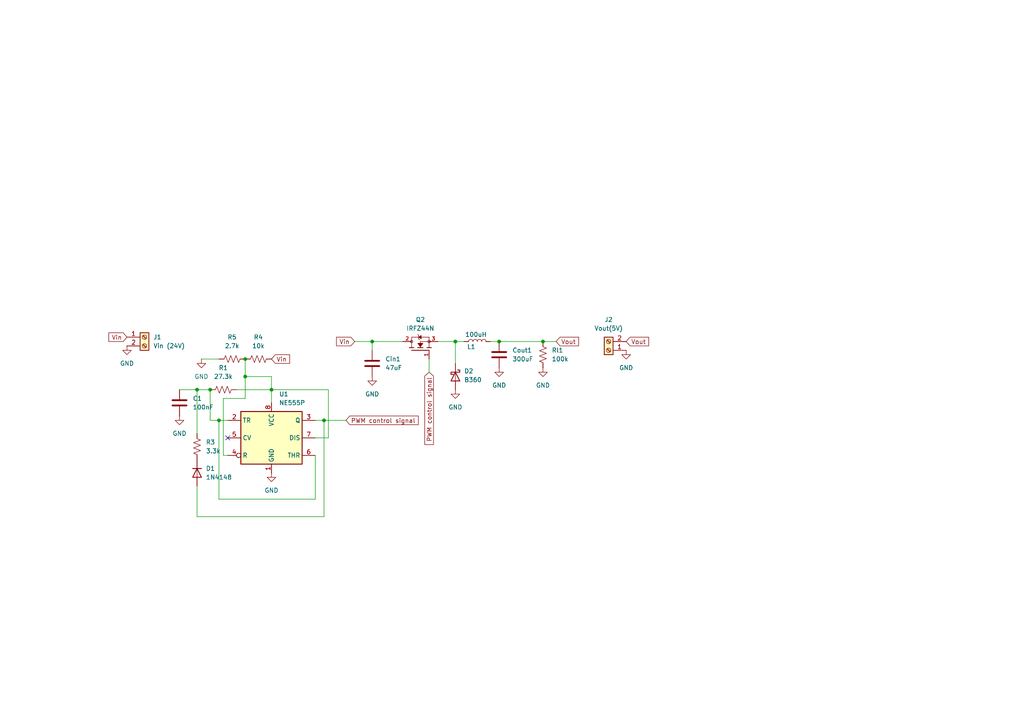
<source format=kicad_sch>
(kicad_sch
	(version 20231120)
	(generator "eeschema")
	(generator_version "8.0")
	(uuid "2b2505bd-a08d-46ef-8c12-be832bc5932c")
	(paper "A4")
	(lib_symbols
		(symbol "Connector:Screw_Terminal_01x02"
			(pin_names
				(offset 1.016) hide)
			(exclude_from_sim no)
			(in_bom yes)
			(on_board yes)
			(property "Reference" "J"
				(at 0 2.54 0)
				(effects
					(font
						(size 1.27 1.27)
					)
				)
			)
			(property "Value" "Screw_Terminal_01x02"
				(at 0 -5.08 0)
				(effects
					(font
						(size 1.27 1.27)
					)
				)
			)
			(property "Footprint" ""
				(at 0 0 0)
				(effects
					(font
						(size 1.27 1.27)
					)
					(hide yes)
				)
			)
			(property "Datasheet" "~"
				(at 0 0 0)
				(effects
					(font
						(size 1.27 1.27)
					)
					(hide yes)
				)
			)
			(property "Description" "Generic screw terminal, single row, 01x02, script generated (kicad-library-utils/schlib/autogen/connector/)"
				(at 0 0 0)
				(effects
					(font
						(size 1.27 1.27)
					)
					(hide yes)
				)
			)
			(property "ki_keywords" "screw terminal"
				(at 0 0 0)
				(effects
					(font
						(size 1.27 1.27)
					)
					(hide yes)
				)
			)
			(property "ki_fp_filters" "TerminalBlock*:*"
				(at 0 0 0)
				(effects
					(font
						(size 1.27 1.27)
					)
					(hide yes)
				)
			)
			(symbol "Screw_Terminal_01x02_1_1"
				(rectangle
					(start -1.27 1.27)
					(end 1.27 -3.81)
					(stroke
						(width 0.254)
						(type default)
					)
					(fill
						(type background)
					)
				)
				(circle
					(center 0 -2.54)
					(radius 0.635)
					(stroke
						(width 0.1524)
						(type default)
					)
					(fill
						(type none)
					)
				)
				(polyline
					(pts
						(xy -0.5334 -2.2098) (xy 0.3302 -3.048)
					)
					(stroke
						(width 0.1524)
						(type default)
					)
					(fill
						(type none)
					)
				)
				(polyline
					(pts
						(xy -0.5334 0.3302) (xy 0.3302 -0.508)
					)
					(stroke
						(width 0.1524)
						(type default)
					)
					(fill
						(type none)
					)
				)
				(polyline
					(pts
						(xy -0.3556 -2.032) (xy 0.508 -2.8702)
					)
					(stroke
						(width 0.1524)
						(type default)
					)
					(fill
						(type none)
					)
				)
				(polyline
					(pts
						(xy -0.3556 0.508) (xy 0.508 -0.3302)
					)
					(stroke
						(width 0.1524)
						(type default)
					)
					(fill
						(type none)
					)
				)
				(circle
					(center 0 0)
					(radius 0.635)
					(stroke
						(width 0.1524)
						(type default)
					)
					(fill
						(type none)
					)
				)
				(pin passive line
					(at -5.08 0 0)
					(length 3.81)
					(name "Pin_1"
						(effects
							(font
								(size 1.27 1.27)
							)
						)
					)
					(number "1"
						(effects
							(font
								(size 1.27 1.27)
							)
						)
					)
				)
				(pin passive line
					(at -5.08 -2.54 0)
					(length 3.81)
					(name "Pin_2"
						(effects
							(font
								(size 1.27 1.27)
							)
						)
					)
					(number "2"
						(effects
							(font
								(size 1.27 1.27)
							)
						)
					)
				)
			)
		)
		(symbol "Device:C"
			(pin_numbers hide)
			(pin_names
				(offset 0.254)
			)
			(exclude_from_sim no)
			(in_bom yes)
			(on_board yes)
			(property "Reference" "C"
				(at 0.635 2.54 0)
				(effects
					(font
						(size 1.27 1.27)
					)
					(justify left)
				)
			)
			(property "Value" "C"
				(at 0.635 -2.54 0)
				(effects
					(font
						(size 1.27 1.27)
					)
					(justify left)
				)
			)
			(property "Footprint" ""
				(at 0.9652 -3.81 0)
				(effects
					(font
						(size 1.27 1.27)
					)
					(hide yes)
				)
			)
			(property "Datasheet" "~"
				(at 0 0 0)
				(effects
					(font
						(size 1.27 1.27)
					)
					(hide yes)
				)
			)
			(property "Description" "Unpolarized capacitor"
				(at 0 0 0)
				(effects
					(font
						(size 1.27 1.27)
					)
					(hide yes)
				)
			)
			(property "ki_keywords" "cap capacitor"
				(at 0 0 0)
				(effects
					(font
						(size 1.27 1.27)
					)
					(hide yes)
				)
			)
			(property "ki_fp_filters" "C_*"
				(at 0 0 0)
				(effects
					(font
						(size 1.27 1.27)
					)
					(hide yes)
				)
			)
			(symbol "C_0_1"
				(polyline
					(pts
						(xy -2.032 -0.762) (xy 2.032 -0.762)
					)
					(stroke
						(width 0.508)
						(type default)
					)
					(fill
						(type none)
					)
				)
				(polyline
					(pts
						(xy -2.032 0.762) (xy 2.032 0.762)
					)
					(stroke
						(width 0.508)
						(type default)
					)
					(fill
						(type none)
					)
				)
			)
			(symbol "C_1_1"
				(pin passive line
					(at 0 3.81 270)
					(length 2.794)
					(name "~"
						(effects
							(font
								(size 1.27 1.27)
							)
						)
					)
					(number "1"
						(effects
							(font
								(size 1.27 1.27)
							)
						)
					)
				)
				(pin passive line
					(at 0 -3.81 90)
					(length 2.794)
					(name "~"
						(effects
							(font
								(size 1.27 1.27)
							)
						)
					)
					(number "2"
						(effects
							(font
								(size 1.27 1.27)
							)
						)
					)
				)
			)
		)
		(symbol "Device:L"
			(pin_numbers hide)
			(pin_names
				(offset 1.016) hide)
			(exclude_from_sim no)
			(in_bom yes)
			(on_board yes)
			(property "Reference" "L"
				(at -1.27 0 90)
				(effects
					(font
						(size 1.27 1.27)
					)
				)
			)
			(property "Value" "L"
				(at 1.905 0 90)
				(effects
					(font
						(size 1.27 1.27)
					)
				)
			)
			(property "Footprint" ""
				(at 0 0 0)
				(effects
					(font
						(size 1.27 1.27)
					)
					(hide yes)
				)
			)
			(property "Datasheet" "~"
				(at 0 0 0)
				(effects
					(font
						(size 1.27 1.27)
					)
					(hide yes)
				)
			)
			(property "Description" "Inductor"
				(at 0 0 0)
				(effects
					(font
						(size 1.27 1.27)
					)
					(hide yes)
				)
			)
			(property "ki_keywords" "inductor choke coil reactor magnetic"
				(at 0 0 0)
				(effects
					(font
						(size 1.27 1.27)
					)
					(hide yes)
				)
			)
			(property "ki_fp_filters" "Choke_* *Coil* Inductor_* L_*"
				(at 0 0 0)
				(effects
					(font
						(size 1.27 1.27)
					)
					(hide yes)
				)
			)
			(symbol "L_0_1"
				(arc
					(start 0 -2.54)
					(mid 0.6323 -1.905)
					(end 0 -1.27)
					(stroke
						(width 0)
						(type default)
					)
					(fill
						(type none)
					)
				)
				(arc
					(start 0 -1.27)
					(mid 0.6323 -0.635)
					(end 0 0)
					(stroke
						(width 0)
						(type default)
					)
					(fill
						(type none)
					)
				)
				(arc
					(start 0 0)
					(mid 0.6323 0.635)
					(end 0 1.27)
					(stroke
						(width 0)
						(type default)
					)
					(fill
						(type none)
					)
				)
				(arc
					(start 0 1.27)
					(mid 0.6323 1.905)
					(end 0 2.54)
					(stroke
						(width 0)
						(type default)
					)
					(fill
						(type none)
					)
				)
			)
			(symbol "L_1_1"
				(pin passive line
					(at 0 3.81 270)
					(length 1.27)
					(name "1"
						(effects
							(font
								(size 1.27 1.27)
							)
						)
					)
					(number "1"
						(effects
							(font
								(size 1.27 1.27)
							)
						)
					)
				)
				(pin passive line
					(at 0 -3.81 90)
					(length 1.27)
					(name "2"
						(effects
							(font
								(size 1.27 1.27)
							)
						)
					)
					(number "2"
						(effects
							(font
								(size 1.27 1.27)
							)
						)
					)
				)
			)
		)
		(symbol "Device:R_US"
			(pin_numbers hide)
			(pin_names
				(offset 0)
			)
			(exclude_from_sim no)
			(in_bom yes)
			(on_board yes)
			(property "Reference" "R"
				(at 2.54 0 90)
				(effects
					(font
						(size 1.27 1.27)
					)
				)
			)
			(property "Value" "R_US"
				(at -2.54 0 90)
				(effects
					(font
						(size 1.27 1.27)
					)
				)
			)
			(property "Footprint" ""
				(at 1.016 -0.254 90)
				(effects
					(font
						(size 1.27 1.27)
					)
					(hide yes)
				)
			)
			(property "Datasheet" "~"
				(at 0 0 0)
				(effects
					(font
						(size 1.27 1.27)
					)
					(hide yes)
				)
			)
			(property "Description" "Resistor, US symbol"
				(at 0 0 0)
				(effects
					(font
						(size 1.27 1.27)
					)
					(hide yes)
				)
			)
			(property "ki_keywords" "R res resistor"
				(at 0 0 0)
				(effects
					(font
						(size 1.27 1.27)
					)
					(hide yes)
				)
			)
			(property "ki_fp_filters" "R_*"
				(at 0 0 0)
				(effects
					(font
						(size 1.27 1.27)
					)
					(hide yes)
				)
			)
			(symbol "R_US_0_1"
				(polyline
					(pts
						(xy 0 -2.286) (xy 0 -2.54)
					)
					(stroke
						(width 0)
						(type default)
					)
					(fill
						(type none)
					)
				)
				(polyline
					(pts
						(xy 0 2.286) (xy 0 2.54)
					)
					(stroke
						(width 0)
						(type default)
					)
					(fill
						(type none)
					)
				)
				(polyline
					(pts
						(xy 0 -0.762) (xy 1.016 -1.143) (xy 0 -1.524) (xy -1.016 -1.905) (xy 0 -2.286)
					)
					(stroke
						(width 0)
						(type default)
					)
					(fill
						(type none)
					)
				)
				(polyline
					(pts
						(xy 0 0.762) (xy 1.016 0.381) (xy 0 0) (xy -1.016 -0.381) (xy 0 -0.762)
					)
					(stroke
						(width 0)
						(type default)
					)
					(fill
						(type none)
					)
				)
				(polyline
					(pts
						(xy 0 2.286) (xy 1.016 1.905) (xy 0 1.524) (xy -1.016 1.143) (xy 0 0.762)
					)
					(stroke
						(width 0)
						(type default)
					)
					(fill
						(type none)
					)
				)
			)
			(symbol "R_US_1_1"
				(pin passive line
					(at 0 3.81 270)
					(length 1.27)
					(name "~"
						(effects
							(font
								(size 1.27 1.27)
							)
						)
					)
					(number "1"
						(effects
							(font
								(size 1.27 1.27)
							)
						)
					)
				)
				(pin passive line
					(at 0 -3.81 90)
					(length 1.27)
					(name "~"
						(effects
							(font
								(size 1.27 1.27)
							)
						)
					)
					(number "2"
						(effects
							(font
								(size 1.27 1.27)
							)
						)
					)
				)
			)
		)
		(symbol "Diode:1N4148"
			(pin_numbers hide)
			(pin_names hide)
			(exclude_from_sim no)
			(in_bom yes)
			(on_board yes)
			(property "Reference" "D"
				(at 0 2.54 0)
				(effects
					(font
						(size 1.27 1.27)
					)
				)
			)
			(property "Value" "1N4148"
				(at 0 -2.54 0)
				(effects
					(font
						(size 1.27 1.27)
					)
				)
			)
			(property "Footprint" "Diode_THT:D_DO-35_SOD27_P7.62mm_Horizontal"
				(at 0 0 0)
				(effects
					(font
						(size 1.27 1.27)
					)
					(hide yes)
				)
			)
			(property "Datasheet" "https://assets.nexperia.com/documents/data-sheet/1N4148_1N4448.pdf"
				(at 0 0 0)
				(effects
					(font
						(size 1.27 1.27)
					)
					(hide yes)
				)
			)
			(property "Description" "100V 0.15A standard switching diode, DO-35"
				(at 0 0 0)
				(effects
					(font
						(size 1.27 1.27)
					)
					(hide yes)
				)
			)
			(property "Sim.Device" "D"
				(at 0 0 0)
				(effects
					(font
						(size 1.27 1.27)
					)
					(hide yes)
				)
			)
			(property "Sim.Pins" "1=K 2=A"
				(at 0 0 0)
				(effects
					(font
						(size 1.27 1.27)
					)
					(hide yes)
				)
			)
			(property "ki_keywords" "diode"
				(at 0 0 0)
				(effects
					(font
						(size 1.27 1.27)
					)
					(hide yes)
				)
			)
			(property "ki_fp_filters" "D*DO?35*"
				(at 0 0 0)
				(effects
					(font
						(size 1.27 1.27)
					)
					(hide yes)
				)
			)
			(symbol "1N4148_0_1"
				(polyline
					(pts
						(xy -1.27 1.27) (xy -1.27 -1.27)
					)
					(stroke
						(width 0.254)
						(type default)
					)
					(fill
						(type none)
					)
				)
				(polyline
					(pts
						(xy 1.27 0) (xy -1.27 0)
					)
					(stroke
						(width 0)
						(type default)
					)
					(fill
						(type none)
					)
				)
				(polyline
					(pts
						(xy 1.27 1.27) (xy 1.27 -1.27) (xy -1.27 0) (xy 1.27 1.27)
					)
					(stroke
						(width 0.254)
						(type default)
					)
					(fill
						(type none)
					)
				)
			)
			(symbol "1N4148_1_1"
				(pin passive line
					(at -3.81 0 0)
					(length 2.54)
					(name "K"
						(effects
							(font
								(size 1.27 1.27)
							)
						)
					)
					(number "1"
						(effects
							(font
								(size 1.27 1.27)
							)
						)
					)
				)
				(pin passive line
					(at 3.81 0 180)
					(length 2.54)
					(name "A"
						(effects
							(font
								(size 1.27 1.27)
							)
						)
					)
					(number "2"
						(effects
							(font
								(size 1.27 1.27)
							)
						)
					)
				)
			)
		)
		(symbol "Diode:B360"
			(pin_numbers hide)
			(pin_names
				(offset 1.016) hide)
			(exclude_from_sim no)
			(in_bom yes)
			(on_board yes)
			(property "Reference" "D"
				(at 0 2.54 0)
				(effects
					(font
						(size 1.27 1.27)
					)
				)
			)
			(property "Value" "B360"
				(at 0 -2.54 0)
				(effects
					(font
						(size 1.27 1.27)
					)
				)
			)
			(property "Footprint" "Diode_SMD:D_SMC"
				(at 0 -4.445 0)
				(effects
					(font
						(size 1.27 1.27)
					)
					(hide yes)
				)
			)
			(property "Datasheet" "http://www.jameco.com/Jameco/Products/ProdDS/1538777.pdf"
				(at 0 0 0)
				(effects
					(font
						(size 1.27 1.27)
					)
					(hide yes)
				)
			)
			(property "Description" "60V 3A Schottky Barrier Rectifier Diode, SMC"
				(at 0 0 0)
				(effects
					(font
						(size 1.27 1.27)
					)
					(hide yes)
				)
			)
			(property "ki_keywords" "diode Schottky"
				(at 0 0 0)
				(effects
					(font
						(size 1.27 1.27)
					)
					(hide yes)
				)
			)
			(property "ki_fp_filters" "D*SMC*"
				(at 0 0 0)
				(effects
					(font
						(size 1.27 1.27)
					)
					(hide yes)
				)
			)
			(symbol "B360_0_1"
				(polyline
					(pts
						(xy 1.27 0) (xy -1.27 0)
					)
					(stroke
						(width 0)
						(type default)
					)
					(fill
						(type none)
					)
				)
				(polyline
					(pts
						(xy 1.27 1.27) (xy 1.27 -1.27) (xy -1.27 0) (xy 1.27 1.27)
					)
					(stroke
						(width 0.254)
						(type default)
					)
					(fill
						(type none)
					)
				)
				(polyline
					(pts
						(xy -1.905 0.635) (xy -1.905 1.27) (xy -1.27 1.27) (xy -1.27 -1.27) (xy -0.635 -1.27) (xy -0.635 -0.635)
					)
					(stroke
						(width 0.254)
						(type default)
					)
					(fill
						(type none)
					)
				)
			)
			(symbol "B360_1_1"
				(pin passive line
					(at -3.81 0 0)
					(length 2.54)
					(name "K"
						(effects
							(font
								(size 1.27 1.27)
							)
						)
					)
					(number "1"
						(effects
							(font
								(size 1.27 1.27)
							)
						)
					)
				)
				(pin passive line
					(at 3.81 0 180)
					(length 2.54)
					(name "A"
						(effects
							(font
								(size 1.27 1.27)
							)
						)
					)
					(number "2"
						(effects
							(font
								(size 1.27 1.27)
							)
						)
					)
				)
			)
		)
		(symbol "IRFZ44N:IRFZ44N"
			(pin_names
				(offset 1.016)
			)
			(exclude_from_sim no)
			(in_bom yes)
			(on_board yes)
			(property "Reference" "Q"
				(at -8.89 2.54 0)
				(effects
					(font
						(size 1.27 1.27)
					)
					(justify left bottom)
				)
			)
			(property "Value" "IRFZ44N"
				(at -8.89 -7.62 0)
				(effects
					(font
						(size 1.27 1.27)
					)
					(justify left bottom)
				)
			)
			(property "Footprint" "IRFZ44N:TO254P1016X419X2286-3"
				(at 0 0 0)
				(effects
					(font
						(size 1.27 1.27)
					)
					(justify bottom)
					(hide yes)
				)
			)
			(property "Datasheet" ""
				(at 0 0 0)
				(effects
					(font
						(size 1.27 1.27)
					)
					(hide yes)
				)
			)
			(property "Description" ""
				(at 0 0 0)
				(effects
					(font
						(size 1.27 1.27)
					)
					(hide yes)
				)
			)
			(property "MF" "Infineon Technologies"
				(at 0 0 0)
				(effects
					(font
						(size 1.27 1.27)
					)
					(justify bottom)
					(hide yes)
				)
			)
			(property "MAXIMUM_PACKAGE_HEIGHT" "22.86 mm"
				(at 0 0 0)
				(effects
					(font
						(size 1.27 1.27)
					)
					(justify bottom)
					(hide yes)
				)
			)
			(property "Package" "TO-220-3 Infineon"
				(at 0 0 0)
				(effects
					(font
						(size 1.27 1.27)
					)
					(justify bottom)
					(hide yes)
				)
			)
			(property "Price" "None"
				(at 0 0 0)
				(effects
					(font
						(size 1.27 1.27)
					)
					(justify bottom)
					(hide yes)
				)
			)
			(property "Check_prices" "https://www.snapeda.com/parts/IRFZ44N/Infineon+Technologies/view-part/?ref=eda"
				(at 0 0 0)
				(effects
					(font
						(size 1.27 1.27)
					)
					(justify bottom)
					(hide yes)
				)
			)
			(property "STANDARD" "IPC 7351B"
				(at 0 0 0)
				(effects
					(font
						(size 1.27 1.27)
					)
					(justify bottom)
					(hide yes)
				)
			)
			(property "PARTREV" "09/21/10"
				(at 0 0 0)
				(effects
					(font
						(size 1.27 1.27)
					)
					(justify bottom)
					(hide yes)
				)
			)
			(property "SnapEDA_Link" "https://www.snapeda.com/parts/IRFZ44N/Infineon+Technologies/view-part/?ref=snap"
				(at 0 0 0)
				(effects
					(font
						(size 1.27 1.27)
					)
					(justify bottom)
					(hide yes)
				)
			)
			(property "MP" "IRFZ44N"
				(at 0 0 0)
				(effects
					(font
						(size 1.27 1.27)
					)
					(justify bottom)
					(hide yes)
				)
			)
			(property "Purchase-URL" "https://www.snapeda.com/api/url_track_click_mouser/?unipart_id=558410&manufacturer=Infineon Technologies&part_name=IRFZ44N&search_term=None"
				(at 0 0 0)
				(effects
					(font
						(size 1.27 1.27)
					)
					(justify bottom)
					(hide yes)
				)
			)
			(property "Description_1" "\nN-Channel 55 V 49A (Tc) 94W (Tc) Through Hole TO-220AB\n"
				(at 0 0 0)
				(effects
					(font
						(size 1.27 1.27)
					)
					(justify bottom)
					(hide yes)
				)
			)
			(property "SNAPEDA_PN" "IRFZ44N"
				(at 0 0 0)
				(effects
					(font
						(size 1.27 1.27)
					)
					(justify bottom)
					(hide yes)
				)
			)
			(property "Availability" "In Stock"
				(at 0 0 0)
				(effects
					(font
						(size 1.27 1.27)
					)
					(justify bottom)
					(hide yes)
				)
			)
			(property "MANUFACTURER" "Infineon"
				(at 0 0 0)
				(effects
					(font
						(size 1.27 1.27)
					)
					(justify bottom)
					(hide yes)
				)
			)
			(symbol "IRFZ44N_0_0"
				(polyline
					(pts
						(xy 0 2.54) (xy 0 -2.54)
					)
					(stroke
						(width 0.254)
						(type default)
					)
					(fill
						(type none)
					)
				)
				(polyline
					(pts
						(xy 0.762 -2.54) (xy 0.762 -3.175)
					)
					(stroke
						(width 0.254)
						(type default)
					)
					(fill
						(type none)
					)
				)
				(polyline
					(pts
						(xy 0.762 -1.905) (xy 0.762 -2.54)
					)
					(stroke
						(width 0.254)
						(type default)
					)
					(fill
						(type none)
					)
				)
				(polyline
					(pts
						(xy 0.762 0) (xy 0.762 -0.762)
					)
					(stroke
						(width 0.254)
						(type default)
					)
					(fill
						(type none)
					)
				)
				(polyline
					(pts
						(xy 0.762 0) (xy 2.54 0)
					)
					(stroke
						(width 0.1524)
						(type default)
					)
					(fill
						(type none)
					)
				)
				(polyline
					(pts
						(xy 0.762 0.762) (xy 0.762 0)
					)
					(stroke
						(width 0.254)
						(type default)
					)
					(fill
						(type none)
					)
				)
				(polyline
					(pts
						(xy 0.762 2.54) (xy 0.762 1.905)
					)
					(stroke
						(width 0.254)
						(type default)
					)
					(fill
						(type none)
					)
				)
				(polyline
					(pts
						(xy 0.762 2.54) (xy 3.81 2.54)
					)
					(stroke
						(width 0.1524)
						(type default)
					)
					(fill
						(type none)
					)
				)
				(polyline
					(pts
						(xy 0.762 3.175) (xy 0.762 2.54)
					)
					(stroke
						(width 0.254)
						(type default)
					)
					(fill
						(type none)
					)
				)
				(polyline
					(pts
						(xy 2.54 -2.54) (xy 0.762 -2.54)
					)
					(stroke
						(width 0.1524)
						(type default)
					)
					(fill
						(type none)
					)
				)
				(polyline
					(pts
						(xy 2.54 -2.54) (xy 3.81 -2.54)
					)
					(stroke
						(width 0.1524)
						(type default)
					)
					(fill
						(type none)
					)
				)
				(polyline
					(pts
						(xy 2.54 0) (xy 2.54 -2.54)
					)
					(stroke
						(width 0.1524)
						(type default)
					)
					(fill
						(type none)
					)
				)
				(polyline
					(pts
						(xy 3.302 0.508) (xy 3.048 0.254)
					)
					(stroke
						(width 0.1524)
						(type default)
					)
					(fill
						(type none)
					)
				)
				(polyline
					(pts
						(xy 3.81 0.508) (xy 3.302 0.508)
					)
					(stroke
						(width 0.1524)
						(type default)
					)
					(fill
						(type none)
					)
				)
				(polyline
					(pts
						(xy 3.81 0.508) (xy 3.81 -2.54)
					)
					(stroke
						(width 0.1524)
						(type default)
					)
					(fill
						(type none)
					)
				)
				(polyline
					(pts
						(xy 3.81 2.54) (xy 3.81 0.508)
					)
					(stroke
						(width 0.1524)
						(type default)
					)
					(fill
						(type none)
					)
				)
				(polyline
					(pts
						(xy 4.318 0.508) (xy 3.81 0.508)
					)
					(stroke
						(width 0.1524)
						(type default)
					)
					(fill
						(type none)
					)
				)
				(polyline
					(pts
						(xy 4.572 0.762) (xy 4.318 0.508)
					)
					(stroke
						(width 0.1524)
						(type default)
					)
					(fill
						(type none)
					)
				)
				(polyline
					(pts
						(xy 1.016 0) (xy 2.032 0.762) (xy 2.032 -0.762) (xy 1.016 0)
					)
					(stroke
						(width 0.1524)
						(type default)
					)
					(fill
						(type outline)
					)
				)
				(polyline
					(pts
						(xy 3.81 0.508) (xy 3.302 -0.254) (xy 4.318 -0.254) (xy 3.81 0.508)
					)
					(stroke
						(width 0.1524)
						(type default)
					)
					(fill
						(type outline)
					)
				)
				(circle
					(center 2.54 -2.54)
					(radius 0.3592)
					(stroke
						(width 0)
						(type default)
					)
					(fill
						(type none)
					)
				)
				(circle
					(center 2.54 2.54)
					(radius 0.3592)
					(stroke
						(width 0)
						(type default)
					)
					(fill
						(type none)
					)
				)
				(pin passive line
					(at -2.54 -2.54 0)
					(length 2.54)
					(name "~"
						(effects
							(font
								(size 1.016 1.016)
							)
						)
					)
					(number "1"
						(effects
							(font
								(size 1.016 1.016)
							)
						)
					)
				)
				(pin passive line
					(at 2.54 5.08 270)
					(length 2.54)
					(name "~"
						(effects
							(font
								(size 1.016 1.016)
							)
						)
					)
					(number "2"
						(effects
							(font
								(size 1.016 1.016)
							)
						)
					)
				)
				(pin passive line
					(at 2.54 -5.08 90)
					(length 2.54)
					(name "~"
						(effects
							(font
								(size 1.016 1.016)
							)
						)
					)
					(number "3"
						(effects
							(font
								(size 1.016 1.016)
							)
						)
					)
				)
			)
		)
		(symbol "Timer:NE555P"
			(exclude_from_sim no)
			(in_bom yes)
			(on_board yes)
			(property "Reference" "U"
				(at -10.16 8.89 0)
				(effects
					(font
						(size 1.27 1.27)
					)
					(justify left)
				)
			)
			(property "Value" "NE555P"
				(at 2.54 8.89 0)
				(effects
					(font
						(size 1.27 1.27)
					)
					(justify left)
				)
			)
			(property "Footprint" "Package_DIP:DIP-8_W7.62mm"
				(at 16.51 -10.16 0)
				(effects
					(font
						(size 1.27 1.27)
					)
					(hide yes)
				)
			)
			(property "Datasheet" "http://www.ti.com/lit/ds/symlink/ne555.pdf"
				(at 21.59 -10.16 0)
				(effects
					(font
						(size 1.27 1.27)
					)
					(hide yes)
				)
			)
			(property "Description" "Precision Timers, 555 compatible,  PDIP-8"
				(at 0 0 0)
				(effects
					(font
						(size 1.27 1.27)
					)
					(hide yes)
				)
			)
			(property "ki_keywords" "single timer 555"
				(at 0 0 0)
				(effects
					(font
						(size 1.27 1.27)
					)
					(hide yes)
				)
			)
			(property "ki_fp_filters" "DIP*W7.62mm*"
				(at 0 0 0)
				(effects
					(font
						(size 1.27 1.27)
					)
					(hide yes)
				)
			)
			(symbol "NE555P_0_0"
				(pin power_in line
					(at 0 -10.16 90)
					(length 2.54)
					(name "GND"
						(effects
							(font
								(size 1.27 1.27)
							)
						)
					)
					(number "1"
						(effects
							(font
								(size 1.27 1.27)
							)
						)
					)
				)
				(pin power_in line
					(at 0 10.16 270)
					(length 2.54)
					(name "VCC"
						(effects
							(font
								(size 1.27 1.27)
							)
						)
					)
					(number "8"
						(effects
							(font
								(size 1.27 1.27)
							)
						)
					)
				)
			)
			(symbol "NE555P_0_1"
				(rectangle
					(start -8.89 -7.62)
					(end 8.89 7.62)
					(stroke
						(width 0.254)
						(type default)
					)
					(fill
						(type background)
					)
				)
				(rectangle
					(start -8.89 -7.62)
					(end 8.89 7.62)
					(stroke
						(width 0.254)
						(type default)
					)
					(fill
						(type background)
					)
				)
			)
			(symbol "NE555P_1_1"
				(pin input line
					(at -12.7 5.08 0)
					(length 3.81)
					(name "TR"
						(effects
							(font
								(size 1.27 1.27)
							)
						)
					)
					(number "2"
						(effects
							(font
								(size 1.27 1.27)
							)
						)
					)
				)
				(pin output line
					(at 12.7 5.08 180)
					(length 3.81)
					(name "Q"
						(effects
							(font
								(size 1.27 1.27)
							)
						)
					)
					(number "3"
						(effects
							(font
								(size 1.27 1.27)
							)
						)
					)
				)
				(pin input inverted
					(at -12.7 -5.08 0)
					(length 3.81)
					(name "R"
						(effects
							(font
								(size 1.27 1.27)
							)
						)
					)
					(number "4"
						(effects
							(font
								(size 1.27 1.27)
							)
						)
					)
				)
				(pin input line
					(at -12.7 0 0)
					(length 3.81)
					(name "CV"
						(effects
							(font
								(size 1.27 1.27)
							)
						)
					)
					(number "5"
						(effects
							(font
								(size 1.27 1.27)
							)
						)
					)
				)
				(pin input line
					(at 12.7 -5.08 180)
					(length 3.81)
					(name "THR"
						(effects
							(font
								(size 1.27 1.27)
							)
						)
					)
					(number "6"
						(effects
							(font
								(size 1.27 1.27)
							)
						)
					)
				)
				(pin input line
					(at 12.7 0 180)
					(length 3.81)
					(name "DIS"
						(effects
							(font
								(size 1.27 1.27)
							)
						)
					)
					(number "7"
						(effects
							(font
								(size 1.27 1.27)
							)
						)
					)
				)
			)
		)
		(symbol "power:GND"
			(power)
			(pin_numbers hide)
			(pin_names
				(offset 0) hide)
			(exclude_from_sim no)
			(in_bom yes)
			(on_board yes)
			(property "Reference" "#PWR"
				(at 0 -6.35 0)
				(effects
					(font
						(size 1.27 1.27)
					)
					(hide yes)
				)
			)
			(property "Value" "GND"
				(at 0 -3.81 0)
				(effects
					(font
						(size 1.27 1.27)
					)
				)
			)
			(property "Footprint" ""
				(at 0 0 0)
				(effects
					(font
						(size 1.27 1.27)
					)
					(hide yes)
				)
			)
			(property "Datasheet" ""
				(at 0 0 0)
				(effects
					(font
						(size 1.27 1.27)
					)
					(hide yes)
				)
			)
			(property "Description" "Power symbol creates a global label with name \"GND\" , ground"
				(at 0 0 0)
				(effects
					(font
						(size 1.27 1.27)
					)
					(hide yes)
				)
			)
			(property "ki_keywords" "global power"
				(at 0 0 0)
				(effects
					(font
						(size 1.27 1.27)
					)
					(hide yes)
				)
			)
			(symbol "GND_0_1"
				(polyline
					(pts
						(xy 0 0) (xy 0 -1.27) (xy 1.27 -1.27) (xy 0 -2.54) (xy -1.27 -1.27) (xy 0 -1.27)
					)
					(stroke
						(width 0)
						(type default)
					)
					(fill
						(type none)
					)
				)
			)
			(symbol "GND_1_1"
				(pin power_in line
					(at 0 0 270)
					(length 0)
					(name "~"
						(effects
							(font
								(size 1.27 1.27)
							)
						)
					)
					(number "1"
						(effects
							(font
								(size 1.27 1.27)
							)
						)
					)
				)
			)
		)
	)
	(junction
		(at 107.95 99.06)
		(diameter 0)
		(color 0 0 0 0)
		(uuid "224f348c-b6f5-42cc-978a-fd3fd31e0260")
	)
	(junction
		(at 71.12 109.22)
		(diameter 0)
		(color 0 0 0 0)
		(uuid "3ef7a9d1-62ca-4243-bfb0-a0213f7b6891")
	)
	(junction
		(at 71.12 104.14)
		(diameter 0)
		(color 0 0 0 0)
		(uuid "48611c3f-adbb-4edb-97f4-705d8673b947")
	)
	(junction
		(at 132.08 99.06)
		(diameter 0)
		(color 0 0 0 0)
		(uuid "579376d4-81e1-4b5e-a348-adc10277b08d")
	)
	(junction
		(at 93.98 121.92)
		(diameter 0)
		(color 0 0 0 0)
		(uuid "76428dd2-016b-4b42-a8a0-402e66b2c3f6")
	)
	(junction
		(at 57.15 113.03)
		(diameter 0)
		(color 0 0 0 0)
		(uuid "7baa6d9e-dc8e-4170-973e-a76918a551bf")
	)
	(junction
		(at 78.74 113.03)
		(diameter 0)
		(color 0 0 0 0)
		(uuid "be9bf35e-be00-419c-825e-47ce82699d9e")
	)
	(junction
		(at 157.48 99.06)
		(diameter 0)
		(color 0 0 0 0)
		(uuid "c166efd5-403d-47ea-aeba-a7ecf03371c9")
	)
	(junction
		(at 144.78 99.06)
		(diameter 0)
		(color 0 0 0 0)
		(uuid "c2e4991f-ac72-4acf-8baf-a62c01dd894f")
	)
	(junction
		(at 60.96 113.03)
		(diameter 0)
		(color 0 0 0 0)
		(uuid "d70f1e5d-a62d-43be-bfa9-ef4c585eb17c")
	)
	(junction
		(at 63.5 121.92)
		(diameter 0)
		(color 0 0 0 0)
		(uuid "eed7a453-7d35-4d27-b8b9-a532240a0942")
	)
	(no_connect
		(at 66.04 127)
		(uuid "3c3b31f2-b913-46ae-841c-717327bff2f6")
	)
	(wire
		(pts
			(xy 64.77 115.57) (xy 64.77 132.08)
		)
		(stroke
			(width 0)
			(type default)
		)
		(uuid "05bbb9f3-efaf-4fbf-80db-c6e977b9271b")
	)
	(wire
		(pts
			(xy 71.12 115.57) (xy 71.12 109.22)
		)
		(stroke
			(width 0)
			(type default)
		)
		(uuid "0889fc60-333e-42f0-961f-fc081ace1a7f")
	)
	(wire
		(pts
			(xy 60.96 113.03) (xy 60.96 121.92)
		)
		(stroke
			(width 0)
			(type default)
		)
		(uuid "1a91f00d-ff57-47f5-904a-4d8fae481e8c")
	)
	(wire
		(pts
			(xy 107.95 99.06) (xy 116.84 99.06)
		)
		(stroke
			(width 0)
			(type default)
		)
		(uuid "256ee6f1-f241-4a1b-aedb-a917e0829200")
	)
	(wire
		(pts
			(xy 95.25 127) (xy 95.25 113.03)
		)
		(stroke
			(width 0)
			(type default)
		)
		(uuid "2d961759-7f68-45cb-b364-8ab3d3d2bae4")
	)
	(wire
		(pts
			(xy 93.98 121.92) (xy 100.33 121.92)
		)
		(stroke
			(width 0)
			(type default)
		)
		(uuid "39caedbc-9c3c-4782-a0fe-44e92d716f43")
	)
	(wire
		(pts
			(xy 64.77 115.57) (xy 71.12 115.57)
		)
		(stroke
			(width 0)
			(type default)
		)
		(uuid "40435664-a9de-44ac-b5c8-6f40714cd33b")
	)
	(wire
		(pts
			(xy 93.98 149.86) (xy 93.98 121.92)
		)
		(stroke
			(width 0)
			(type default)
		)
		(uuid "440d8854-6f6b-4c91-a74a-0d6810f17ac3")
	)
	(wire
		(pts
			(xy 57.15 140.97) (xy 57.15 149.86)
		)
		(stroke
			(width 0)
			(type default)
		)
		(uuid "495d9404-c46b-44ef-ace0-0e41e1744fe2")
	)
	(wire
		(pts
			(xy 58.42 104.14) (xy 63.5 104.14)
		)
		(stroke
			(width 0)
			(type default)
		)
		(uuid "4eb17e04-0480-4fba-a203-f76ef065c62b")
	)
	(wire
		(pts
			(xy 52.07 113.03) (xy 57.15 113.03)
		)
		(stroke
			(width 0)
			(type default)
		)
		(uuid "4fa76cca-443c-48c9-84b6-dd7b923dbe2b")
	)
	(wire
		(pts
			(xy 57.15 113.03) (xy 60.96 113.03)
		)
		(stroke
			(width 0)
			(type default)
		)
		(uuid "51980d77-e227-4e43-9f3b-65ded23fe417")
	)
	(wire
		(pts
			(xy 71.12 109.22) (xy 71.12 104.14)
		)
		(stroke
			(width 0)
			(type default)
		)
		(uuid "671de24f-6bd1-464c-94c0-96371e07be40")
	)
	(wire
		(pts
			(xy 132.08 99.06) (xy 132.08 105.41)
		)
		(stroke
			(width 0)
			(type default)
		)
		(uuid "68765678-1974-4227-8375-c3616f989a16")
	)
	(wire
		(pts
			(xy 57.15 149.86) (xy 93.98 149.86)
		)
		(stroke
			(width 0)
			(type default)
		)
		(uuid "687bd78d-21b6-4a00-88ac-511781233d37")
	)
	(wire
		(pts
			(xy 64.77 132.08) (xy 66.04 132.08)
		)
		(stroke
			(width 0)
			(type default)
		)
		(uuid "6993176e-e637-496f-8cba-f4408d912389")
	)
	(wire
		(pts
			(xy 132.08 99.06) (xy 134.62 99.06)
		)
		(stroke
			(width 0)
			(type default)
		)
		(uuid "6b75cf27-27af-4952-9767-78974d24f46e")
	)
	(wire
		(pts
			(xy 102.87 99.06) (xy 107.95 99.06)
		)
		(stroke
			(width 0)
			(type default)
		)
		(uuid "7ced17ca-fa28-4a55-b676-c12054bf83f2")
	)
	(wire
		(pts
			(xy 57.15 125.73) (xy 57.15 113.03)
		)
		(stroke
			(width 0)
			(type default)
		)
		(uuid "844b7610-55d5-455c-8813-95db72f564f4")
	)
	(wire
		(pts
			(xy 60.96 121.92) (xy 63.5 121.92)
		)
		(stroke
			(width 0)
			(type default)
		)
		(uuid "87cb87c5-ad99-4d0b-85f4-b1eafe5e9959")
	)
	(wire
		(pts
			(xy 91.44 127) (xy 95.25 127)
		)
		(stroke
			(width 0)
			(type default)
		)
		(uuid "8d1033f2-dba3-4bdd-b484-306f7c76217e")
	)
	(wire
		(pts
			(xy 107.95 101.6) (xy 107.95 99.06)
		)
		(stroke
			(width 0)
			(type default)
		)
		(uuid "8fc8d5bc-7371-4ccf-a574-9748367f77f1")
	)
	(wire
		(pts
			(xy 78.74 113.03) (xy 78.74 109.22)
		)
		(stroke
			(width 0)
			(type default)
		)
		(uuid "90c3aaac-4a1b-4882-a8ed-d96d78b0b8d8")
	)
	(wire
		(pts
			(xy 78.74 113.03) (xy 95.25 113.03)
		)
		(stroke
			(width 0)
			(type default)
		)
		(uuid "95a0daf4-84a3-456f-b197-29cbc7e3a18c")
	)
	(wire
		(pts
			(xy 144.78 100.33) (xy 144.78 99.06)
		)
		(stroke
			(width 0)
			(type default)
		)
		(uuid "9b9cc2fd-884b-4f83-a7c9-e7efe8924b8d")
	)
	(wire
		(pts
			(xy 68.58 113.03) (xy 78.74 113.03)
		)
		(stroke
			(width 0)
			(type default)
		)
		(uuid "9ff908d5-def7-4981-9ebb-eae9fc9b55a6")
	)
	(wire
		(pts
			(xy 91.44 132.08) (xy 91.44 144.78)
		)
		(stroke
			(width 0)
			(type default)
		)
		(uuid "a3118271-fed5-4a41-b1c6-0a94a2bfba05")
	)
	(wire
		(pts
			(xy 91.44 144.78) (xy 63.5 144.78)
		)
		(stroke
			(width 0)
			(type default)
		)
		(uuid "a7512d56-a35c-4641-96d2-ca89172134dd")
	)
	(wire
		(pts
			(xy 157.48 99.06) (xy 161.29 99.06)
		)
		(stroke
			(width 0)
			(type default)
		)
		(uuid "a9a4e2cd-6b92-4b04-a1a8-51812e2253b5")
	)
	(wire
		(pts
			(xy 63.5 144.78) (xy 63.5 121.92)
		)
		(stroke
			(width 0)
			(type default)
		)
		(uuid "b3a0b76c-9a18-42f0-80b6-aa5b13d3941f")
	)
	(wire
		(pts
			(xy 142.24 99.06) (xy 144.78 99.06)
		)
		(stroke
			(width 0)
			(type default)
		)
		(uuid "b3cbff96-8e0d-4ee1-92b1-1f5f5e96a581")
	)
	(wire
		(pts
			(xy 63.5 121.92) (xy 66.04 121.92)
		)
		(stroke
			(width 0)
			(type default)
		)
		(uuid "b52ffab1-dd3b-48f9-8ecd-4e13153d2397")
	)
	(wire
		(pts
			(xy 144.78 99.06) (xy 157.48 99.06)
		)
		(stroke
			(width 0)
			(type default)
		)
		(uuid "c2ae9513-c2e1-4cfb-9817-8d428cd3d78a")
	)
	(wire
		(pts
			(xy 124.46 104.14) (xy 124.46 107.95)
		)
		(stroke
			(width 0)
			(type default)
		)
		(uuid "d2d0a053-50da-4599-a553-c051dd1e94f3")
	)
	(wire
		(pts
			(xy 71.12 109.22) (xy 78.74 109.22)
		)
		(stroke
			(width 0)
			(type default)
		)
		(uuid "d8453932-2ee2-4b1d-81ea-bda7cbd583e1")
	)
	(wire
		(pts
			(xy 127 99.06) (xy 132.08 99.06)
		)
		(stroke
			(width 0)
			(type default)
		)
		(uuid "e8e17532-7f1e-4ef9-bd6b-686d8a837920")
	)
	(wire
		(pts
			(xy 78.74 116.84) (xy 78.74 113.03)
		)
		(stroke
			(width 0)
			(type default)
		)
		(uuid "e91e36fd-92da-4b73-8202-a03d0dd09e69")
	)
	(wire
		(pts
			(xy 93.98 121.92) (xy 91.44 121.92)
		)
		(stroke
			(width 0)
			(type default)
		)
		(uuid "ebed794e-d412-4c0b-9ed3-7429e11c7677")
	)
	(global_label "Vout"
		(shape input)
		(at 181.61 99.06 0)
		(fields_autoplaced yes)
		(effects
			(font
				(size 1.27 1.27)
			)
			(justify left)
		)
		(uuid "1f0c0bee-c9f7-4455-864e-38a694ed70c5")
		(property "Intersheetrefs" "${INTERSHEET_REFS}"
			(at 188.7075 99.06 0)
			(effects
				(font
					(size 1.27 1.27)
				)
				(justify left)
				(hide yes)
			)
		)
	)
	(global_label "PWM control signal"
		(shape input)
		(at 100.33 121.92 0)
		(fields_autoplaced yes)
		(effects
			(font
				(size 1.27 1.27)
			)
			(justify left)
		)
		(uuid "262f89a9-a484-459b-b37a-6e64c49c901f")
		(property "Intersheetrefs" "${INTERSHEET_REFS}"
			(at 121.881 121.92 0)
			(effects
				(font
					(size 1.27 1.27)
				)
				(justify left)
				(hide yes)
			)
		)
	)
	(global_label "Vin"
		(shape input)
		(at 102.87 99.06 180)
		(fields_autoplaced yes)
		(effects
			(font
				(size 1.27 1.27)
			)
			(justify right)
		)
		(uuid "35807e19-3c97-4495-a064-ffb82670d156")
		(property "Intersheetrefs" "24V"
			(at 97.0424 99.06 0)
			(effects
				(font
					(size 1.27 1.27)
				)
				(justify right)
				(hide yes)
			)
		)
	)
	(global_label "Vout"
		(shape input)
		(at 161.29 99.06 0)
		(fields_autoplaced yes)
		(effects
			(font
				(size 1.27 1.27)
			)
			(justify left)
		)
		(uuid "707b2b6c-be27-4658-ae4d-5cead5feced1")
		(property "Intersheetrefs" "${INTERSHEET_REFS}"
			(at 168.3875 99.06 0)
			(effects
				(font
					(size 1.27 1.27)
				)
				(justify left)
				(hide yes)
			)
		)
	)
	(global_label "PWM control signal"
		(shape input)
		(at 124.46 107.95 270)
		(fields_autoplaced yes)
		(effects
			(font
				(size 1.27 1.27)
			)
			(justify right)
		)
		(uuid "967a91a2-e15f-4975-a822-dbbab03e4b90")
		(property "Intersheetrefs" "${INTERSHEET_REFS}"
			(at 124.46 129.501 90)
			(effects
				(font
					(size 1.27 1.27)
				)
				(justify right)
				(hide yes)
			)
		)
	)
	(global_label "Vin"
		(shape input)
		(at 36.83 97.79 180)
		(fields_autoplaced yes)
		(effects
			(font
				(size 1.27 1.27)
			)
			(justify right)
		)
		(uuid "ab373652-f3d6-4712-b11d-ee661bd20314")
		(property "Intersheetrefs" "24V"
			(at 31.0024 97.79 0)
			(effects
				(font
					(size 1.27 1.27)
				)
				(justify right)
				(hide yes)
			)
		)
	)
	(global_label "Vin"
		(shape input)
		(at 78.74 104.14 0)
		(fields_autoplaced yes)
		(effects
			(font
				(size 1.27 1.27)
			)
			(justify left)
		)
		(uuid "af00fa6c-6135-400d-840f-64f11816997e")
		(property "Intersheetrefs" "24V"
			(at 84.5676 104.14 0)
			(effects
				(font
					(size 1.27 1.27)
				)
				(justify left)
				(hide yes)
			)
		)
	)
	(symbol
		(lib_id "power:GND")
		(at 144.78 106.68 0)
		(unit 1)
		(exclude_from_sim no)
		(in_bom yes)
		(on_board yes)
		(dnp no)
		(fields_autoplaced yes)
		(uuid "08c559b9-a22e-4228-ae22-3bf681421f65")
		(property "Reference" "#PWR06"
			(at 144.78 113.03 0)
			(effects
				(font
					(size 1.27 1.27)
				)
				(hide yes)
			)
		)
		(property "Value" "GND"
			(at 144.78 111.76 0)
			(effects
				(font
					(size 1.27 1.27)
				)
			)
		)
		(property "Footprint" ""
			(at 144.78 106.68 0)
			(effects
				(font
					(size 1.27 1.27)
				)
				(hide yes)
			)
		)
		(property "Datasheet" ""
			(at 144.78 106.68 0)
			(effects
				(font
					(size 1.27 1.27)
				)
				(hide yes)
			)
		)
		(property "Description" "Power symbol creates a global label with name \"GND\" , ground"
			(at 144.78 106.68 0)
			(effects
				(font
					(size 1.27 1.27)
				)
				(hide yes)
			)
		)
		(pin "1"
			(uuid "c7330578-294f-4f91-a8b2-9fae1abfd318")
		)
		(instances
			(project "buck converter"
				(path "/2b2505bd-a08d-46ef-8c12-be832bc5932c"
					(reference "#PWR06")
					(unit 1)
				)
			)
		)
	)
	(symbol
		(lib_id "Device:R_US")
		(at 67.31 104.14 270)
		(unit 1)
		(exclude_from_sim no)
		(in_bom yes)
		(on_board yes)
		(dnp no)
		(fields_autoplaced yes)
		(uuid "1b1a0958-2fea-4873-8bd0-4f44a29c6bc4")
		(property "Reference" "R5"
			(at 67.31 97.79 90)
			(effects
				(font
					(size 1.27 1.27)
				)
			)
		)
		(property "Value" "2.7k"
			(at 67.31 100.33 90)
			(effects
				(font
					(size 1.27 1.27)
				)
			)
		)
		(property "Footprint" "Resistor_SMD:R_0402_1005Metric"
			(at 67.056 105.156 90)
			(effects
				(font
					(size 1.27 1.27)
				)
				(hide yes)
			)
		)
		(property "Datasheet" "~"
			(at 67.31 104.14 0)
			(effects
				(font
					(size 1.27 1.27)
				)
				(hide yes)
			)
		)
		(property "Description" "Resistor, US symbol"
			(at 67.31 104.14 0)
			(effects
				(font
					(size 1.27 1.27)
				)
				(hide yes)
			)
		)
		(pin "1"
			(uuid "db21c0ce-7a4b-4fd4-9312-aef48d1fb828")
		)
		(pin "2"
			(uuid "14aba92e-98ec-4ff6-9b5b-5e5f3bf4bb67")
		)
		(instances
			(project "buck converter"
				(path "/2b2505bd-a08d-46ef-8c12-be832bc5932c"
					(reference "R5")
					(unit 1)
				)
			)
		)
	)
	(symbol
		(lib_id "power:GND")
		(at 36.83 100.33 0)
		(unit 1)
		(exclude_from_sim no)
		(in_bom yes)
		(on_board yes)
		(dnp no)
		(fields_autoplaced yes)
		(uuid "292b8f0d-792b-4cb5-9e02-21f73eec8c59")
		(property "Reference" "#PWR08"
			(at 36.83 106.68 0)
			(effects
				(font
					(size 1.27 1.27)
				)
				(hide yes)
			)
		)
		(property "Value" "GND"
			(at 36.83 105.41 0)
			(effects
				(font
					(size 1.27 1.27)
				)
			)
		)
		(property "Footprint" ""
			(at 36.83 100.33 0)
			(effects
				(font
					(size 1.27 1.27)
				)
				(hide yes)
			)
		)
		(property "Datasheet" ""
			(at 36.83 100.33 0)
			(effects
				(font
					(size 1.27 1.27)
				)
				(hide yes)
			)
		)
		(property "Description" "Power symbol creates a global label with name \"GND\" , ground"
			(at 36.83 100.33 0)
			(effects
				(font
					(size 1.27 1.27)
				)
				(hide yes)
			)
		)
		(pin "1"
			(uuid "ad561250-c676-447d-9bb8-bb9e87a1addd")
		)
		(instances
			(project "buck converter"
				(path "/2b2505bd-a08d-46ef-8c12-be832bc5932c"
					(reference "#PWR08")
					(unit 1)
				)
			)
		)
	)
	(symbol
		(lib_id "Device:R_US")
		(at 157.48 102.87 0)
		(unit 1)
		(exclude_from_sim no)
		(in_bom yes)
		(on_board yes)
		(dnp no)
		(fields_autoplaced yes)
		(uuid "38997fc0-fc4f-429a-806b-a4c21de418f7")
		(property "Reference" "Rl1"
			(at 160.02 101.5999 0)
			(effects
				(font
					(size 1.27 1.27)
				)
				(justify left)
			)
		)
		(property "Value" "100k"
			(at 160.02 104.1399 0)
			(effects
				(font
					(size 1.27 1.27)
					(thickness 0.1588)
				)
				(justify left)
			)
		)
		(property "Footprint" "Resistor_SMD:R_1206_3216Metric_Pad1.30x1.75mm_HandSolder"
			(at 158.496 103.124 90)
			(effects
				(font
					(size 1.27 1.27)
				)
				(hide yes)
			)
		)
		(property "Datasheet" "~"
			(at 157.48 102.87 0)
			(effects
				(font
					(size 1.27 1.27)
				)
				(hide yes)
			)
		)
		(property "Description" "Resistor, US symbol"
			(at 157.48 102.87 0)
			(effects
				(font
					(size 1.27 1.27)
				)
				(hide yes)
			)
		)
		(pin "1"
			(uuid "4cd23d0d-11e6-42f6-bc30-76bdeb52789f")
		)
		(pin "2"
			(uuid "bf828f20-1f8d-4bea-ae0f-4ef53b2e5041")
		)
		(instances
			(project ""
				(path "/2b2505bd-a08d-46ef-8c12-be832bc5932c"
					(reference "Rl1")
					(unit 1)
				)
			)
		)
	)
	(symbol
		(lib_id "power:GND")
		(at 52.07 120.65 0)
		(unit 1)
		(exclude_from_sim no)
		(in_bom yes)
		(on_board yes)
		(dnp no)
		(fields_autoplaced yes)
		(uuid "3ebe6dab-be81-44a4-aa3a-3442e169f0ac")
		(property "Reference" "#PWR02"
			(at 52.07 127 0)
			(effects
				(font
					(size 1.27 1.27)
				)
				(hide yes)
			)
		)
		(property "Value" "GND"
			(at 52.07 125.73 0)
			(effects
				(font
					(size 1.27 1.27)
				)
			)
		)
		(property "Footprint" ""
			(at 52.07 120.65 0)
			(effects
				(font
					(size 1.27 1.27)
				)
				(hide yes)
			)
		)
		(property "Datasheet" ""
			(at 52.07 120.65 0)
			(effects
				(font
					(size 1.27 1.27)
				)
				(hide yes)
			)
		)
		(property "Description" "Power symbol creates a global label with name \"GND\" , ground"
			(at 52.07 120.65 0)
			(effects
				(font
					(size 1.27 1.27)
				)
				(hide yes)
			)
		)
		(pin "1"
			(uuid "8613c9fa-6ebb-4437-bd96-845e5fed029e")
		)
		(instances
			(project "buck converter"
				(path "/2b2505bd-a08d-46ef-8c12-be832bc5932c"
					(reference "#PWR02")
					(unit 1)
				)
			)
		)
	)
	(symbol
		(lib_id "IRFZ44N:IRFZ44N")
		(at 121.92 101.6 90)
		(unit 1)
		(exclude_from_sim no)
		(in_bom yes)
		(on_board yes)
		(dnp no)
		(fields_autoplaced yes)
		(uuid "45269e0c-923a-4ebb-b31a-e7b9a32bb586")
		(property "Reference" "Q2"
			(at 121.92 92.71 90)
			(effects
				(font
					(size 1.27 1.27)
				)
			)
		)
		(property "Value" "IRFZ44N"
			(at 121.92 95.25 90)
			(effects
				(font
					(size 1.27 1.27)
				)
			)
		)
		(property "Footprint" "New folder:TO254P1016X419X2286-3"
			(at 121.92 101.6 0)
			(effects
				(font
					(size 1.27 1.27)
				)
				(justify bottom)
				(hide yes)
			)
		)
		(property "Datasheet" ""
			(at 121.92 101.6 0)
			(effects
				(font
					(size 1.27 1.27)
				)
				(hide yes)
			)
		)
		(property "Description" ""
			(at 121.92 101.6 0)
			(effects
				(font
					(size 1.27 1.27)
				)
				(hide yes)
			)
		)
		(property "MF" "Infineon Technologies"
			(at 121.92 101.6 0)
			(effects
				(font
					(size 1.27 1.27)
				)
				(justify bottom)
				(hide yes)
			)
		)
		(property "MAXIMUM_PACKAGE_HEIGHT" "22.86 mm"
			(at 121.92 101.6 0)
			(effects
				(font
					(size 1.27 1.27)
				)
				(justify bottom)
				(hide yes)
			)
		)
		(property "Package" "TO-220-3 Infineon"
			(at 121.92 101.6 0)
			(effects
				(font
					(size 1.27 1.27)
				)
				(justify bottom)
				(hide yes)
			)
		)
		(property "Price" "None"
			(at 121.92 101.6 0)
			(effects
				(font
					(size 1.27 1.27)
				)
				(justify bottom)
				(hide yes)
			)
		)
		(property "Check_prices" "https://www.snapeda.com/parts/IRFZ44N/Infineon+Technologies/view-part/?ref=eda"
			(at 121.92 101.6 0)
			(effects
				(font
					(size 1.27 1.27)
				)
				(justify bottom)
				(hide yes)
			)
		)
		(property "STANDARD" "IPC 7351B"
			(at 121.92 101.6 0)
			(effects
				(font
					(size 1.27 1.27)
				)
				(justify bottom)
				(hide yes)
			)
		)
		(property "PARTREV" "09/21/10"
			(at 121.92 101.6 0)
			(effects
				(font
					(size 1.27 1.27)
				)
				(justify bottom)
				(hide yes)
			)
		)
		(property "SnapEDA_Link" "https://www.snapeda.com/parts/IRFZ44N/Infineon+Technologies/view-part/?ref=snap"
			(at 121.92 101.6 0)
			(effects
				(font
					(size 1.27 1.27)
				)
				(justify bottom)
				(hide yes)
			)
		)
		(property "MP" "IRFZ44N"
			(at 121.92 101.6 0)
			(effects
				(font
					(size 1.27 1.27)
				)
				(justify bottom)
				(hide yes)
			)
		)
		(property "Purchase-URL" "https://www.snapeda.com/api/url_track_click_mouser/?unipart_id=558410&manufacturer=Infineon Technologies&part_name=IRFZ44N&search_term=None"
			(at 121.92 101.6 0)
			(effects
				(font
					(size 1.27 1.27)
				)
				(justify bottom)
				(hide yes)
			)
		)
		(property "Description_1" "\nN-Channel 55 V 49A (Tc) 94W (Tc) Through Hole TO-220AB\n"
			(at 121.92 101.6 0)
			(effects
				(font
					(size 1.27 1.27)
				)
				(justify bottom)
				(hide yes)
			)
		)
		(property "SNAPEDA_PN" "IRFZ44N"
			(at 121.92 101.6 0)
			(effects
				(font
					(size 1.27 1.27)
				)
				(justify bottom)
				(hide yes)
			)
		)
		(property "Availability" "In Stock"
			(at 121.92 101.6 0)
			(effects
				(font
					(size 1.27 1.27)
				)
				(justify bottom)
				(hide yes)
			)
		)
		(property "MANUFACTURER" "Infineon"
			(at 121.92 101.6 0)
			(effects
				(font
					(size 1.27 1.27)
				)
				(justify bottom)
				(hide yes)
			)
		)
		(pin "3"
			(uuid "0b0c7d91-4d70-4596-ad1a-67c93233d5bb")
		)
		(pin "2"
			(uuid "eb45a845-4e78-4774-a026-21241cd54ec6")
		)
		(pin "1"
			(uuid "f18383d9-b1b5-4be3-a0d5-5104402c7884")
		)
		(instances
			(project ""
				(path "/2b2505bd-a08d-46ef-8c12-be832bc5932c"
					(reference "Q2")
					(unit 1)
				)
			)
		)
	)
	(symbol
		(lib_id "Timer:NE555P")
		(at 78.74 127 0)
		(unit 1)
		(exclude_from_sim no)
		(in_bom yes)
		(on_board yes)
		(dnp no)
		(fields_autoplaced yes)
		(uuid "47888dd9-a9b0-45fc-81a9-deeff3bfeb9e")
		(property "Reference" "U1"
			(at 80.9341 114.3 0)
			(effects
				(font
					(size 1.27 1.27)
				)
				(justify left)
			)
		)
		(property "Value" "NE555P"
			(at 80.9341 116.84 0)
			(effects
				(font
					(size 1.27 1.27)
				)
				(justify left)
			)
		)
		(property "Footprint" "Package_DIP:DIP-8_W7.62mm"
			(at 95.25 137.16 0)
			(effects
				(font
					(size 1.27 1.27)
				)
				(hide yes)
			)
		)
		(property "Datasheet" "http://www.ti.com/lit/ds/symlink/ne555.pdf"
			(at 100.33 137.16 0)
			(effects
				(font
					(size 1.27 1.27)
				)
				(hide yes)
			)
		)
		(property "Description" "Precision Timers, 555 compatible,  PDIP-8"
			(at 78.74 127 0)
			(effects
				(font
					(size 1.27 1.27)
				)
				(hide yes)
			)
		)
		(pin "4"
			(uuid "6b50fd65-99da-47fd-bb1a-9a4bd6e36898")
		)
		(pin "7"
			(uuid "eb17c2a0-78db-4d9d-b504-91b65203191f")
		)
		(pin "8"
			(uuid "baf17f73-4d52-4bdb-a01e-b9efebd56967")
		)
		(pin "2"
			(uuid "e0f1e54a-ae99-409a-8269-248ee57e5121")
		)
		(pin "3"
			(uuid "8ffd3925-493d-4d72-a477-93bd9adadd4f")
		)
		(pin "6"
			(uuid "e8d1dc38-6f15-4b13-9d10-58f688f16942")
		)
		(pin "5"
			(uuid "529ef90e-08f1-43a4-ad53-470bdcce7ceb")
		)
		(pin "1"
			(uuid "20e77939-b363-4bdd-b6c4-eb3d09ca46e1")
		)
		(instances
			(project ""
				(path "/2b2505bd-a08d-46ef-8c12-be832bc5932c"
					(reference "U1")
					(unit 1)
				)
			)
		)
	)
	(symbol
		(lib_id "Device:L")
		(at 138.43 99.06 90)
		(unit 1)
		(exclude_from_sim no)
		(in_bom yes)
		(on_board yes)
		(dnp no)
		(uuid "65debc59-d39c-44d6-9c9d-1d422f55cdbc")
		(property "Reference" "L1"
			(at 137.922 100.584 90)
			(effects
				(font
					(size 1.27 1.27)
				)
				(justify left)
			)
		)
		(property "Value" "100uH"
			(at 141.224 97.028 90)
			(effects
				(font
					(size 1.27 1.27)
				)
				(justify left)
			)
		)
		(property "Footprint" "Inductor_SMD:L_Vishay_IHLP-6767"
			(at 138.43 99.06 0)
			(effects
				(font
					(size 1.27 1.27)
				)
				(hide yes)
			)
		)
		(property "Datasheet" "~"
			(at 138.43 99.06 0)
			(effects
				(font
					(size 1.27 1.27)
				)
				(hide yes)
			)
		)
		(property "Description" "Inductor"
			(at 138.43 99.06 0)
			(effects
				(font
					(size 1.27 1.27)
				)
				(hide yes)
			)
		)
		(pin "1"
			(uuid "1c819e49-5cdb-4c0c-806a-b0d006345216")
		)
		(pin "2"
			(uuid "24cd328d-86a9-4c7e-b8e1-811119d7a930")
		)
		(instances
			(project ""
				(path "/2b2505bd-a08d-46ef-8c12-be832bc5932c"
					(reference "L1")
					(unit 1)
				)
			)
		)
	)
	(symbol
		(lib_id "power:GND")
		(at 132.08 113.03 0)
		(unit 1)
		(exclude_from_sim no)
		(in_bom yes)
		(on_board yes)
		(dnp no)
		(fields_autoplaced yes)
		(uuid "6793cf95-5ffe-4676-8cc1-02f5568a70f8")
		(property "Reference" "#PWR04"
			(at 132.08 119.38 0)
			(effects
				(font
					(size 1.27 1.27)
				)
				(hide yes)
			)
		)
		(property "Value" "GND"
			(at 132.08 118.11 0)
			(effects
				(font
					(size 1.27 1.27)
				)
			)
		)
		(property "Footprint" ""
			(at 132.08 113.03 0)
			(effects
				(font
					(size 1.27 1.27)
				)
				(hide yes)
			)
		)
		(property "Datasheet" ""
			(at 132.08 113.03 0)
			(effects
				(font
					(size 1.27 1.27)
				)
				(hide yes)
			)
		)
		(property "Description" "Power symbol creates a global label with name \"GND\" , ground"
			(at 132.08 113.03 0)
			(effects
				(font
					(size 1.27 1.27)
				)
				(hide yes)
			)
		)
		(pin "1"
			(uuid "dfee73c9-a810-4d25-81c7-3b69039dc96c")
		)
		(instances
			(project "buck converter"
				(path "/2b2505bd-a08d-46ef-8c12-be832bc5932c"
					(reference "#PWR04")
					(unit 1)
				)
			)
		)
	)
	(symbol
		(lib_id "power:GND")
		(at 157.48 106.68 0)
		(unit 1)
		(exclude_from_sim no)
		(in_bom yes)
		(on_board yes)
		(dnp no)
		(fields_autoplaced yes)
		(uuid "6f19ba7d-3efa-4f73-9564-1d7c2048b4ef")
		(property "Reference" "#PWR07"
			(at 157.48 113.03 0)
			(effects
				(font
					(size 1.27 1.27)
				)
				(hide yes)
			)
		)
		(property "Value" "GND"
			(at 157.48 111.76 0)
			(effects
				(font
					(size 1.27 1.27)
				)
			)
		)
		(property "Footprint" ""
			(at 157.48 106.68 0)
			(effects
				(font
					(size 1.27 1.27)
				)
				(hide yes)
			)
		)
		(property "Datasheet" ""
			(at 157.48 106.68 0)
			(effects
				(font
					(size 1.27 1.27)
				)
				(hide yes)
			)
		)
		(property "Description" "Power symbol creates a global label with name \"GND\" , ground"
			(at 157.48 106.68 0)
			(effects
				(font
					(size 1.27 1.27)
				)
				(hide yes)
			)
		)
		(pin "1"
			(uuid "f5570f17-ec72-4815-8dc3-a4f2735cdead")
		)
		(instances
			(project "buck converter"
				(path "/2b2505bd-a08d-46ef-8c12-be832bc5932c"
					(reference "#PWR07")
					(unit 1)
				)
			)
		)
	)
	(symbol
		(lib_id "Diode:B360")
		(at 132.08 109.22 270)
		(unit 1)
		(exclude_from_sim no)
		(in_bom yes)
		(on_board yes)
		(dnp no)
		(fields_autoplaced yes)
		(uuid "7a40f5f1-de8f-41c7-9c91-47fe4bccd754")
		(property "Reference" "D2"
			(at 134.62 107.6324 90)
			(effects
				(font
					(size 1.27 1.27)
				)
				(justify left)
			)
		)
		(property "Value" "B360"
			(at 134.62 110.1724 90)
			(effects
				(font
					(size 1.27 1.27)
				)
				(justify left)
			)
		)
		(property "Footprint" "Diode_SMD:D_SMC"
			(at 127.635 109.22 0)
			(effects
				(font
					(size 1.27 1.27)
				)
				(hide yes)
			)
		)
		(property "Datasheet" "http://www.jameco.com/Jameco/Products/ProdDS/1538777.pdf"
			(at 132.08 109.22 0)
			(effects
				(font
					(size 1.27 1.27)
				)
				(hide yes)
			)
		)
		(property "Description" "60V 3A Schottky Barrier Rectifier Diode, SMC"
			(at 132.08 109.22 0)
			(effects
				(font
					(size 1.27 1.27)
				)
				(hide yes)
			)
		)
		(pin "1"
			(uuid "2c9955a2-b593-45d2-a9f0-a8b101b3e6d1")
		)
		(pin "2"
			(uuid "84f95423-651b-4023-9325-77832598a2cf")
		)
		(instances
			(project ""
				(path "/2b2505bd-a08d-46ef-8c12-be832bc5932c"
					(reference "D2")
					(unit 1)
				)
			)
		)
	)
	(symbol
		(lib_id "Device:C")
		(at 52.07 116.84 0)
		(unit 1)
		(exclude_from_sim no)
		(in_bom yes)
		(on_board yes)
		(dnp no)
		(fields_autoplaced yes)
		(uuid "92c9b711-9196-4b75-a2aa-af5d097c23f6")
		(property "Reference" "C1"
			(at 55.88 115.5699 0)
			(effects
				(font
					(size 1.27 1.27)
				)
				(justify left)
			)
		)
		(property "Value" "100nF"
			(at 55.88 118.1099 0)
			(effects
				(font
					(size 1.27 1.27)
				)
				(justify left)
			)
		)
		(property "Footprint" "Capacitor_SMD:C_0402_1005Metric_Pad0.74x0.62mm_HandSolder"
			(at 53.0352 120.65 0)
			(effects
				(font
					(size 1.27 1.27)
				)
				(hide yes)
			)
		)
		(property "Datasheet" "~"
			(at 52.07 116.84 0)
			(effects
				(font
					(size 1.27 1.27)
				)
				(hide yes)
			)
		)
		(property "Description" "Unpolarized capacitor"
			(at 52.07 116.84 0)
			(effects
				(font
					(size 1.27 1.27)
				)
				(hide yes)
			)
		)
		(pin "1"
			(uuid "d349e154-a721-4a9c-bd6c-6fa154f6596b")
		)
		(pin "2"
			(uuid "344d9160-7cc0-417c-b2db-50f3daaa5f08")
		)
		(instances
			(project ""
				(path "/2b2505bd-a08d-46ef-8c12-be832bc5932c"
					(reference "C1")
					(unit 1)
				)
			)
		)
	)
	(symbol
		(lib_id "Device:C")
		(at 144.78 102.87 0)
		(unit 1)
		(exclude_from_sim no)
		(in_bom yes)
		(on_board yes)
		(dnp no)
		(fields_autoplaced yes)
		(uuid "986f85b0-9e18-4031-8809-555a4bce0bd2")
		(property "Reference" "Cout1"
			(at 148.59 101.5999 0)
			(effects
				(font
					(size 1.27 1.27)
				)
				(justify left)
			)
		)
		(property "Value" "300uF"
			(at 148.59 104.1399 0)
			(effects
				(font
					(size 1.27 1.27)
				)
				(justify left)
			)
		)
		(property "Footprint" "Capacitor_SMD:C_1812_4532Metric"
			(at 145.7452 106.68 0)
			(effects
				(font
					(size 1.27 1.27)
				)
				(hide yes)
			)
		)
		(property "Datasheet" "~"
			(at 144.78 102.87 0)
			(effects
				(font
					(size 1.27 1.27)
				)
				(hide yes)
			)
		)
		(property "Description" "Unpolarized capacitor"
			(at 144.78 102.87 0)
			(effects
				(font
					(size 1.27 1.27)
				)
				(hide yes)
			)
		)
		(pin "2"
			(uuid "2b7ddc8e-46cd-4a2c-9116-e3454d091951")
		)
		(pin "1"
			(uuid "4e96a2c0-996b-4adc-9c1a-53616323f627")
		)
		(instances
			(project "buck converter"
				(path "/2b2505bd-a08d-46ef-8c12-be832bc5932c"
					(reference "Cout1")
					(unit 1)
				)
			)
		)
	)
	(symbol
		(lib_id "Diode:1N4148")
		(at 57.15 137.16 270)
		(unit 1)
		(exclude_from_sim no)
		(in_bom yes)
		(on_board yes)
		(dnp no)
		(fields_autoplaced yes)
		(uuid "a3ec072f-4038-4e35-9572-687029f8d11f")
		(property "Reference" "D1"
			(at 59.69 135.8899 90)
			(effects
				(font
					(size 1.27 1.27)
				)
				(justify left)
			)
		)
		(property "Value" "1N4148"
			(at 59.69 138.4299 90)
			(effects
				(font
					(size 1.27 1.27)
				)
				(justify left)
			)
		)
		(property "Footprint" "Diode_THT:D_DO-35_SOD27_P7.62mm_Horizontal"
			(at 57.15 137.16 0)
			(effects
				(font
					(size 1.27 1.27)
				)
				(hide yes)
			)
		)
		(property "Datasheet" "https://assets.nexperia.com/documents/data-sheet/1N4148_1N4448.pdf"
			(at 57.15 137.16 0)
			(effects
				(font
					(size 1.27 1.27)
				)
				(hide yes)
			)
		)
		(property "Description" "100V 0.15A standard switching diode, DO-35"
			(at 57.15 137.16 0)
			(effects
				(font
					(size 1.27 1.27)
				)
				(hide yes)
			)
		)
		(property "Sim.Device" "D"
			(at 57.15 137.16 0)
			(effects
				(font
					(size 1.27 1.27)
				)
				(hide yes)
			)
		)
		(property "Sim.Pins" "1=K 2=A"
			(at 57.15 137.16 0)
			(effects
				(font
					(size 1.27 1.27)
				)
				(hide yes)
			)
		)
		(pin "2"
			(uuid "a81003a8-a658-4c63-ac24-f3fc998587c8")
		)
		(pin "1"
			(uuid "0cd8ada2-f350-4acf-a517-8e12ec5b24b5")
		)
		(instances
			(project ""
				(path "/2b2505bd-a08d-46ef-8c12-be832bc5932c"
					(reference "D1")
					(unit 1)
				)
			)
		)
	)
	(symbol
		(lib_id "Connector:Screw_Terminal_01x02")
		(at 176.53 101.6 180)
		(unit 1)
		(exclude_from_sim no)
		(in_bom yes)
		(on_board yes)
		(dnp no)
		(fields_autoplaced yes)
		(uuid "ac7515e8-8e6d-4564-b2dc-ddc76943e768")
		(property "Reference" "J2"
			(at 176.53 92.71 0)
			(effects
				(font
					(size 1.27 1.27)
				)
			)
		)
		(property "Value" "Vout(5V)"
			(at 176.53 95.25 0)
			(effects
				(font
					(size 1.27 1.27)
				)
			)
		)
		(property "Footprint" "TerminalBlock_Phoenix:TerminalBlock_Phoenix_MKDS-1,5-2_1x02_P5.00mm_Horizontal"
			(at 176.53 101.6 0)
			(effects
				(font
					(size 1.27 1.27)
				)
				(hide yes)
			)
		)
		(property "Datasheet" "~"
			(at 176.53 101.6 0)
			(effects
				(font
					(size 1.27 1.27)
				)
				(hide yes)
			)
		)
		(property "Description" "Generic screw terminal, single row, 01x02, script generated (kicad-library-utils/schlib/autogen/connector/)"
			(at 176.53 101.6 0)
			(effects
				(font
					(size 1.27 1.27)
				)
				(hide yes)
			)
		)
		(pin "1"
			(uuid "fe3910e0-6a3b-470c-9eff-2d6c71a263d8")
		)
		(pin "2"
			(uuid "789e15f8-fae8-46c6-aa7f-649b3455ea5f")
		)
		(instances
			(project ""
				(path "/2b2505bd-a08d-46ef-8c12-be832bc5932c"
					(reference "J2")
					(unit 1)
				)
			)
		)
	)
	(symbol
		(lib_id "Device:R_US")
		(at 74.93 104.14 270)
		(unit 1)
		(exclude_from_sim no)
		(in_bom yes)
		(on_board yes)
		(dnp no)
		(fields_autoplaced yes)
		(uuid "ad932ec9-7c9b-44f4-b265-719687e1dc9f")
		(property "Reference" "R4"
			(at 74.93 97.79 90)
			(effects
				(font
					(size 1.27 1.27)
				)
			)
		)
		(property "Value" "10k"
			(at 74.93 100.33 90)
			(effects
				(font
					(size 1.27 1.27)
				)
			)
		)
		(property "Footprint" "Resistor_SMD:R_0603_1608Metric_Pad0.98x0.95mm_HandSolder"
			(at 74.676 105.156 90)
			(effects
				(font
					(size 1.27 1.27)
				)
				(hide yes)
			)
		)
		(property "Datasheet" "~"
			(at 74.93 104.14 0)
			(effects
				(font
					(size 1.27 1.27)
				)
				(hide yes)
			)
		)
		(property "Description" "Resistor, US symbol"
			(at 74.93 104.14 0)
			(effects
				(font
					(size 1.27 1.27)
				)
				(hide yes)
			)
		)
		(pin "1"
			(uuid "fb8e6ff4-968b-46ea-b317-eb3cd651ee76")
		)
		(pin "2"
			(uuid "dbf4d1a8-0826-4583-bd2e-f03931546785")
		)
		(instances
			(project "buck converter"
				(path "/2b2505bd-a08d-46ef-8c12-be832bc5932c"
					(reference "R4")
					(unit 1)
				)
			)
		)
	)
	(symbol
		(lib_id "power:GND")
		(at 107.95 109.22 0)
		(unit 1)
		(exclude_from_sim no)
		(in_bom yes)
		(on_board yes)
		(dnp no)
		(fields_autoplaced yes)
		(uuid "bb16d5a7-3ea0-4e19-ba87-aa9282d47474")
		(property "Reference" "#PWR05"
			(at 107.95 115.57 0)
			(effects
				(font
					(size 1.27 1.27)
				)
				(hide yes)
			)
		)
		(property "Value" "GND"
			(at 107.95 114.3 0)
			(effects
				(font
					(size 1.27 1.27)
				)
			)
		)
		(property "Footprint" ""
			(at 107.95 109.22 0)
			(effects
				(font
					(size 1.27 1.27)
				)
				(hide yes)
			)
		)
		(property "Datasheet" ""
			(at 107.95 109.22 0)
			(effects
				(font
					(size 1.27 1.27)
				)
				(hide yes)
			)
		)
		(property "Description" "Power symbol creates a global label with name \"GND\" , ground"
			(at 107.95 109.22 0)
			(effects
				(font
					(size 1.27 1.27)
				)
				(hide yes)
			)
		)
		(pin "1"
			(uuid "3a805fe6-2052-454f-847d-cb69008528d7")
		)
		(instances
			(project "buck converter"
				(path "/2b2505bd-a08d-46ef-8c12-be832bc5932c"
					(reference "#PWR05")
					(unit 1)
				)
			)
		)
	)
	(symbol
		(lib_id "Device:R_US")
		(at 64.77 113.03 270)
		(unit 1)
		(exclude_from_sim no)
		(in_bom yes)
		(on_board yes)
		(dnp no)
		(fields_autoplaced yes)
		(uuid "bf80b50f-8e86-439f-a488-2a514906d761")
		(property "Reference" "R1"
			(at 64.77 106.68 90)
			(effects
				(font
					(size 1.27 1.27)
				)
			)
		)
		(property "Value" "27.3k"
			(at 64.77 109.22 90)
			(effects
				(font
					(size 1.27 1.27)
				)
			)
		)
		(property "Footprint" "Resistor_SMD:R_0603_1608Metric"
			(at 64.516 114.046 90)
			(effects
				(font
					(size 1.27 1.27)
				)
				(hide yes)
			)
		)
		(property "Datasheet" "~"
			(at 64.77 113.03 0)
			(effects
				(font
					(size 1.27 1.27)
				)
				(hide yes)
			)
		)
		(property "Description" "Resistor, US symbol"
			(at 64.77 113.03 0)
			(effects
				(font
					(size 1.27 1.27)
				)
				(hide yes)
			)
		)
		(pin "1"
			(uuid "3d40a6fa-4f00-4679-a146-6aa20109025c")
		)
		(pin "2"
			(uuid "b84a95a6-5ec7-4580-bab5-1310ed35a854")
		)
		(instances
			(project ""
				(path "/2b2505bd-a08d-46ef-8c12-be832bc5932c"
					(reference "R1")
					(unit 1)
				)
			)
		)
	)
	(symbol
		(lib_id "power:GND")
		(at 181.61 101.6 0)
		(unit 1)
		(exclude_from_sim no)
		(in_bom yes)
		(on_board yes)
		(dnp no)
		(fields_autoplaced yes)
		(uuid "c23f64d5-0290-42c2-a8c8-68b079104728")
		(property "Reference" "#PWR09"
			(at 181.61 107.95 0)
			(effects
				(font
					(size 1.27 1.27)
				)
				(hide yes)
			)
		)
		(property "Value" "GND"
			(at 181.61 106.68 0)
			(effects
				(font
					(size 1.27 1.27)
				)
			)
		)
		(property "Footprint" ""
			(at 181.61 101.6 0)
			(effects
				(font
					(size 1.27 1.27)
				)
				(hide yes)
			)
		)
		(property "Datasheet" ""
			(at 181.61 101.6 0)
			(effects
				(font
					(size 1.27 1.27)
				)
				(hide yes)
			)
		)
		(property "Description" "Power symbol creates a global label with name \"GND\" , ground"
			(at 181.61 101.6 0)
			(effects
				(font
					(size 1.27 1.27)
				)
				(hide yes)
			)
		)
		(pin "1"
			(uuid "e98bc59b-4322-45fd-bb05-93d158c11169")
		)
		(instances
			(project "buck converter"
				(path "/2b2505bd-a08d-46ef-8c12-be832bc5932c"
					(reference "#PWR09")
					(unit 1)
				)
			)
		)
	)
	(symbol
		(lib_id "power:GND")
		(at 58.42 104.14 0)
		(unit 1)
		(exclude_from_sim no)
		(in_bom yes)
		(on_board yes)
		(dnp no)
		(fields_autoplaced yes)
		(uuid "d9939fd7-b7aa-4ae2-a297-dcd11314b3b9")
		(property "Reference" "#PWR03"
			(at 58.42 110.49 0)
			(effects
				(font
					(size 1.27 1.27)
				)
				(hide yes)
			)
		)
		(property "Value" "GND"
			(at 58.42 109.22 0)
			(effects
				(font
					(size 1.27 1.27)
				)
			)
		)
		(property "Footprint" ""
			(at 58.42 104.14 0)
			(effects
				(font
					(size 1.27 1.27)
				)
				(hide yes)
			)
		)
		(property "Datasheet" ""
			(at 58.42 104.14 0)
			(effects
				(font
					(size 1.27 1.27)
				)
				(hide yes)
			)
		)
		(property "Description" "Power symbol creates a global label with name \"GND\" , ground"
			(at 58.42 104.14 0)
			(effects
				(font
					(size 1.27 1.27)
				)
				(hide yes)
			)
		)
		(pin "1"
			(uuid "7d9c9763-e96b-4e08-8dce-7445f319a2ba")
		)
		(instances
			(project "buck converter"
				(path "/2b2505bd-a08d-46ef-8c12-be832bc5932c"
					(reference "#PWR03")
					(unit 1)
				)
			)
		)
	)
	(symbol
		(lib_id "Device:C")
		(at 107.95 105.41 0)
		(unit 1)
		(exclude_from_sim no)
		(in_bom yes)
		(on_board yes)
		(dnp no)
		(fields_autoplaced yes)
		(uuid "ddf036f6-90c1-4857-9c73-89d528239f32")
		(property "Reference" "Cin1"
			(at 111.76 104.1399 0)
			(effects
				(font
					(size 1.27 1.27)
				)
				(justify left)
			)
		)
		(property "Value" "47uF"
			(at 111.76 106.6799 0)
			(effects
				(font
					(size 1.27 1.27)
				)
				(justify left)
			)
		)
		(property "Footprint" "Capacitor_SMD:C_Elec_3x5.4"
			(at 108.9152 109.22 0)
			(effects
				(font
					(size 1.27 1.27)
				)
				(hide yes)
			)
		)
		(property "Datasheet" "~"
			(at 107.95 105.41 0)
			(effects
				(font
					(size 1.27 1.27)
				)
				(hide yes)
			)
		)
		(property "Description" "Unpolarized capacitor"
			(at 107.95 105.41 0)
			(effects
				(font
					(size 1.27 1.27)
				)
				(hide yes)
			)
		)
		(pin "2"
			(uuid "ddc192b1-3201-4a28-bf06-9c3c682f4a16")
		)
		(pin "1"
			(uuid "a5babe3c-eb48-4ec7-bcc4-064bdbc90e88")
		)
		(instances
			(project ""
				(path "/2b2505bd-a08d-46ef-8c12-be832bc5932c"
					(reference "Cin1")
					(unit 1)
				)
			)
		)
	)
	(symbol
		(lib_id "power:GND")
		(at 78.74 137.16 0)
		(unit 1)
		(exclude_from_sim no)
		(in_bom yes)
		(on_board yes)
		(dnp no)
		(fields_autoplaced yes)
		(uuid "e80c5921-aff9-4f47-9fcc-bf2f1c249940")
		(property "Reference" "#PWR01"
			(at 78.74 143.51 0)
			(effects
				(font
					(size 1.27 1.27)
				)
				(hide yes)
			)
		)
		(property "Value" "GND"
			(at 78.74 142.24 0)
			(effects
				(font
					(size 1.27 1.27)
				)
			)
		)
		(property "Footprint" ""
			(at 78.74 137.16 0)
			(effects
				(font
					(size 1.27 1.27)
				)
				(hide yes)
			)
		)
		(property "Datasheet" ""
			(at 78.74 137.16 0)
			(effects
				(font
					(size 1.27 1.27)
				)
				(hide yes)
			)
		)
		(property "Description" "Power symbol creates a global label with name \"GND\" , ground"
			(at 78.74 137.16 0)
			(effects
				(font
					(size 1.27 1.27)
				)
				(hide yes)
			)
		)
		(pin "1"
			(uuid "75b51c88-ec21-4457-99db-3dc49ff80512")
		)
		(instances
			(project ""
				(path "/2b2505bd-a08d-46ef-8c12-be832bc5932c"
					(reference "#PWR01")
					(unit 1)
				)
			)
		)
	)
	(symbol
		(lib_id "Connector:Screw_Terminal_01x02")
		(at 41.91 97.79 0)
		(unit 1)
		(exclude_from_sim no)
		(in_bom yes)
		(on_board yes)
		(dnp no)
		(fields_autoplaced yes)
		(uuid "f9c4d68b-5679-48ea-bf89-1d123877d21c")
		(property "Reference" "J1"
			(at 44.45 97.7899 0)
			(effects
				(font
					(size 1.27 1.27)
				)
				(justify left)
			)
		)
		(property "Value" "Vin (24V)"
			(at 44.45 100.3299 0)
			(effects
				(font
					(size 1.27 1.27)
				)
				(justify left)
			)
		)
		(property "Footprint" "TerminalBlock_Phoenix:TerminalBlock_Phoenix_MKDS-1,5-2_1x02_P5.00mm_Horizontal"
			(at 41.91 97.79 0)
			(effects
				(font
					(size 1.27 1.27)
				)
				(hide yes)
			)
		)
		(property "Datasheet" "~"
			(at 41.91 97.79 0)
			(effects
				(font
					(size 1.27 1.27)
				)
				(hide yes)
			)
		)
		(property "Description" "Generic screw terminal, single row, 01x02, script generated (kicad-library-utils/schlib/autogen/connector/)"
			(at 41.91 97.79 0)
			(effects
				(font
					(size 1.27 1.27)
				)
				(hide yes)
			)
		)
		(pin "2"
			(uuid "2fdef9cf-ab4a-4a1a-a573-e98b62af618d")
		)
		(pin "1"
			(uuid "af709776-7c25-4d0c-b94f-8d2996dc38e9")
		)
		(instances
			(project ""
				(path "/2b2505bd-a08d-46ef-8c12-be832bc5932c"
					(reference "J1")
					(unit 1)
				)
			)
		)
	)
	(symbol
		(lib_id "Device:R_US")
		(at 57.15 129.54 0)
		(unit 1)
		(exclude_from_sim no)
		(in_bom yes)
		(on_board yes)
		(dnp no)
		(fields_autoplaced yes)
		(uuid "fda75a15-d1d6-41da-a66d-aebd0adeb3fe")
		(property "Reference" "R3"
			(at 59.69 128.2699 0)
			(effects
				(font
					(size 1.27 1.27)
				)
				(justify left)
			)
		)
		(property "Value" "3.3k"
			(at 59.69 130.8099 0)
			(effects
				(font
					(size 1.27 1.27)
				)
				(justify left)
			)
		)
		(property "Footprint" "Resistor_SMD:R_0402_1005Metric"
			(at 58.166 129.794 90)
			(effects
				(font
					(size 1.27 1.27)
				)
				(hide yes)
			)
		)
		(property "Datasheet" "~"
			(at 57.15 129.54 0)
			(effects
				(font
					(size 1.27 1.27)
				)
				(hide yes)
			)
		)
		(property "Description" "Resistor, US symbol"
			(at 57.15 129.54 0)
			(effects
				(font
					(size 1.27 1.27)
				)
				(hide yes)
			)
		)
		(pin "1"
			(uuid "d8c47c25-0b95-498c-a8e9-ef7881a22121")
		)
		(pin "2"
			(uuid "50d729f3-7a99-4842-98b8-dc52c31823bb")
		)
		(instances
			(project ""
				(path "/2b2505bd-a08d-46ef-8c12-be832bc5932c"
					(reference "R3")
					(unit 1)
				)
			)
		)
	)
	(sheet_instances
		(path "/"
			(page "1")
		)
	)
)

</source>
